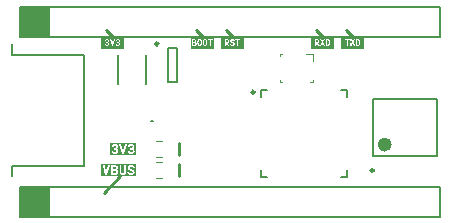
<source format=gto>
G04*
G04 #@! TF.GenerationSoftware,Altium Limited,Altium Designer,21.0.8 (223)*
G04*
G04 Layer_Color=65535*
%FSLAX25Y25*%
%MOIN*%
G70*
G04*
G04 #@! TF.SameCoordinates,8808BF78-C309-42CA-8E72-27723A8412DA*
G04*
G04*
G04 #@! TF.FilePolarity,Positive*
G04*
G01*
G75*
%ADD10C,0.02362*%
%ADD11C,0.00984*%
%ADD12C,0.01000*%
%ADD13C,0.00394*%
%ADD14C,0.00787*%
%ADD15C,0.00591*%
G36*
D02*
X10000D01*
Y10000D01*
X0D01*
Y0D01*
D02*
G37*
G36*
Y60000D02*
X10000D01*
Y70000D01*
X0D01*
Y60000D01*
D02*
G37*
G36*
X38922Y13420D02*
X27078D01*
Y17580D01*
X38922D01*
Y13420D01*
D02*
G37*
G36*
X74835Y55890D02*
X67165D01*
Y60110D01*
X74835D01*
Y55890D01*
D02*
G37*
G36*
X38818Y20420D02*
X30182D01*
Y24580D01*
X38818D01*
Y20420D01*
D02*
G37*
G36*
X114835Y60110D02*
Y55890D01*
X107165D01*
Y60110D01*
X114835D01*
D02*
G37*
G36*
X64835Y55890D02*
X57165D01*
Y60110D01*
X64835D01*
Y55890D01*
D02*
G37*
G36*
X34835Y60110D02*
Y55890D01*
X27165D01*
Y60110D01*
X34835D01*
D02*
G37*
G36*
X104835D02*
Y55890D01*
X97165D01*
Y60110D01*
X104835D01*
D02*
G37*
%LPC*%
G36*
X37240Y17160D02*
X37107D01*
X37024Y17148D01*
X36946Y17137D01*
X36880Y17126D01*
X36818Y17115D01*
X36780Y17104D01*
X36752Y17098D01*
X36741Y17093D01*
X36669Y17065D01*
X36596Y17037D01*
X36535Y17010D01*
X36485Y16982D01*
X36441Y16954D01*
X36408Y16932D01*
X36386Y16921D01*
X36380Y16915D01*
X36325Y16871D01*
X36280Y16821D01*
X36241Y16777D01*
X36202Y16732D01*
X36180Y16693D01*
X36158Y16660D01*
X36147Y16638D01*
X36141Y16632D01*
X36114Y16571D01*
X36091Y16505D01*
X36080Y16443D01*
X36069Y16383D01*
X36064Y16332D01*
X36058Y16294D01*
Y16271D01*
Y16260D01*
X36064Y16183D01*
X36069Y16111D01*
X36086Y16049D01*
X36102Y15994D01*
X36114Y15949D01*
X36130Y15911D01*
X36136Y15889D01*
X36141Y15883D01*
X36175Y15827D01*
X36213Y15772D01*
X36252Y15722D01*
X36291Y15683D01*
X36325Y15650D01*
X36352Y15622D01*
X36369Y15605D01*
X36374Y15600D01*
X36491Y15517D01*
X36546Y15478D01*
X36602Y15450D01*
X36646Y15422D01*
X36680Y15406D01*
X36707Y15395D01*
X36713Y15389D01*
X36857Y15334D01*
X36929Y15311D01*
X36990Y15289D01*
X37040Y15272D01*
X37085Y15261D01*
X37107Y15250D01*
X37118D01*
X37179Y15234D01*
X37235Y15211D01*
X37285Y15195D01*
X37329Y15178D01*
X37362Y15167D01*
X37385Y15156D01*
X37401Y15145D01*
X37407D01*
X37484Y15106D01*
X37545Y15067D01*
X37568Y15051D01*
X37584Y15039D01*
X37590Y15034D01*
X37595Y15028D01*
X37640Y14978D01*
X37673Y14934D01*
X37690Y14895D01*
X37695Y14889D01*
Y14884D01*
X37718Y14829D01*
X37723Y14778D01*
X37729Y14756D01*
Y14740D01*
Y14729D01*
Y14723D01*
X37723Y14662D01*
X37712Y14612D01*
X37695Y14579D01*
X37690Y14573D01*
Y14568D01*
X37662Y14518D01*
X37629Y14479D01*
X37601Y14451D01*
X37595Y14440D01*
X37590D01*
X37534Y14407D01*
X37484Y14385D01*
X37462Y14373D01*
X37446Y14368D01*
X37434Y14362D01*
X37429D01*
X37357Y14346D01*
X37285Y14340D01*
X37251Y14334D01*
X37207D01*
X37107Y14340D01*
X37063Y14346D01*
X37029Y14351D01*
X36996D01*
X36974Y14357D01*
X36957Y14362D01*
X36952D01*
X36874Y14390D01*
X36807Y14423D01*
X36785Y14440D01*
X36768Y14451D01*
X36757Y14462D01*
X36752D01*
X36696Y14518D01*
X36652Y14573D01*
X36641Y14595D01*
X36630Y14617D01*
X36619Y14629D01*
Y14634D01*
X36591Y14717D01*
X36580Y14801D01*
X36574Y14834D01*
X36569Y14862D01*
Y14878D01*
Y14884D01*
X35958D01*
X35964Y14756D01*
X35975Y14701D01*
X35986Y14656D01*
X35991Y14612D01*
X36003Y14584D01*
X36008Y14562D01*
Y14557D01*
X36053Y14457D01*
X36075Y14412D01*
X36097Y14373D01*
X36114Y14340D01*
X36130Y14318D01*
X36141Y14301D01*
X36147Y14296D01*
X36219Y14218D01*
X36286Y14157D01*
X36313Y14129D01*
X36336Y14112D01*
X36347Y14101D01*
X36352Y14096D01*
X36447Y14040D01*
X36491Y14013D01*
X36530Y13990D01*
X36563Y13974D01*
X36591Y13963D01*
X36608Y13957D01*
X36613Y13952D01*
X36718Y13918D01*
X36763Y13902D01*
X36807Y13891D01*
X36846Y13885D01*
X36874Y13879D01*
X36896Y13874D01*
X36902D01*
X37013Y13857D01*
X37068Y13852D01*
X37113D01*
X37151Y13846D01*
X37296D01*
X37385Y13857D01*
X37462Y13863D01*
X37529Y13874D01*
X37584Y13885D01*
X37629Y13891D01*
X37651Y13902D01*
X37662D01*
X37740Y13924D01*
X37806Y13952D01*
X37867Y13979D01*
X37923Y14007D01*
X37962Y14029D01*
X37995Y14051D01*
X38017Y14062D01*
X38023Y14068D01*
X38078Y14112D01*
X38123Y14163D01*
X38162Y14207D01*
X38195Y14251D01*
X38223Y14290D01*
X38239Y14323D01*
X38250Y14346D01*
X38256Y14351D01*
X38284Y14418D01*
X38306Y14479D01*
X38322Y14545D01*
X38334Y14601D01*
X38339Y14651D01*
X38345Y14695D01*
Y14729D01*
X38339Y14801D01*
X38334Y14867D01*
X38322Y14928D01*
X38306Y14984D01*
X38289Y15028D01*
X38278Y15062D01*
X38273Y15084D01*
X38267Y15089D01*
X38239Y15150D01*
X38206Y15206D01*
X38173Y15256D01*
X38139Y15300D01*
X38106Y15334D01*
X38084Y15361D01*
X38067Y15378D01*
X38062Y15383D01*
X37956Y15472D01*
X37901Y15511D01*
X37851Y15544D01*
X37806Y15567D01*
X37773Y15589D01*
X37751Y15600D01*
X37740Y15605D01*
X37601Y15672D01*
X37529Y15694D01*
X37468Y15717D01*
X37412Y15739D01*
X37373Y15750D01*
X37346Y15761D01*
X37335D01*
X37224Y15794D01*
X37179Y15811D01*
X37135Y15822D01*
X37101Y15833D01*
X37074Y15844D01*
X37057Y15850D01*
X37051D01*
X36968Y15889D01*
X36929Y15905D01*
X36902Y15922D01*
X36874Y15938D01*
X36857Y15949D01*
X36846Y15961D01*
X36841D01*
X36785Y16005D01*
X36746Y16049D01*
X36724Y16083D01*
X36713Y16088D01*
Y16094D01*
X36685Y16149D01*
X36674Y16199D01*
X36669Y16221D01*
Y16238D01*
Y16249D01*
Y16255D01*
X36674Y16316D01*
X36685Y16371D01*
X36696Y16405D01*
X36702Y16410D01*
Y16416D01*
X36730Y16471D01*
X36763Y16510D01*
X36791Y16532D01*
X36802Y16543D01*
X36857Y16582D01*
X36907Y16604D01*
X36929Y16615D01*
X36946Y16621D01*
X36957Y16627D01*
X36963D01*
X37040Y16649D01*
X37113Y16654D01*
X37140Y16660D01*
X37185D01*
X37279Y16654D01*
X37323Y16649D01*
X37357Y16643D01*
X37385Y16632D01*
X37407Y16627D01*
X37418Y16621D01*
X37423D01*
X37490Y16593D01*
X37545Y16560D01*
X37579Y16532D01*
X37584Y16527D01*
X37590Y16521D01*
X37634Y16471D01*
X37668Y16421D01*
X37679Y16399D01*
X37684Y16383D01*
X37690Y16371D01*
Y16366D01*
X37712Y16299D01*
X37729Y16233D01*
Y16205D01*
X37734Y16183D01*
Y16172D01*
Y16166D01*
X38339D01*
X38334Y16244D01*
X38328Y16321D01*
X38311Y16388D01*
X38300Y16449D01*
X38284Y16499D01*
X38267Y16532D01*
X38261Y16560D01*
X38256Y16566D01*
X38223Y16632D01*
X38184Y16693D01*
X38145Y16743D01*
X38106Y16788D01*
X38073Y16826D01*
X38045Y16854D01*
X38023Y16871D01*
X38017Y16876D01*
X37956Y16926D01*
X37895Y16965D01*
X37840Y16998D01*
X37779Y17032D01*
X37729Y17054D01*
X37690Y17071D01*
X37668Y17076D01*
X37657Y17082D01*
X37579Y17109D01*
X37495Y17126D01*
X37423Y17143D01*
X37351Y17148D01*
X37290Y17154D01*
X37240Y17160D01*
D02*
G37*
G36*
X30247Y17115D02*
X29559D01*
X28949Y14784D01*
X28343Y17115D01*
X27655D01*
X28632Y13885D01*
X29265D01*
X30247Y17115D01*
D02*
G37*
G36*
X35481D02*
X34859D01*
Y14973D01*
X34854Y14862D01*
X34837Y14767D01*
X34815Y14684D01*
X34793Y14617D01*
X34770Y14562D01*
X34748Y14523D01*
X34737Y14501D01*
X34732Y14495D01*
X34682Y14446D01*
X34626Y14407D01*
X34571Y14379D01*
X34515Y14362D01*
X34465Y14351D01*
X34426Y14340D01*
X34387D01*
X34310Y14346D01*
X34243Y14362D01*
X34188Y14390D01*
X34138Y14418D01*
X34104Y14446D01*
X34077Y14473D01*
X34060Y14490D01*
X34054Y14495D01*
X34016Y14562D01*
X33988Y14640D01*
X33971Y14717D01*
X33960Y14795D01*
X33949Y14862D01*
X33944Y14923D01*
Y14945D01*
Y14962D01*
Y14967D01*
Y14973D01*
Y17115D01*
X33316D01*
Y14973D01*
X33322Y14873D01*
X33327Y14784D01*
X33338Y14701D01*
X33355Y14629D01*
X33366Y14573D01*
X33377Y14529D01*
X33383Y14501D01*
X33389Y14490D01*
X33422Y14412D01*
X33455Y14346D01*
X33494Y14285D01*
X33527Y14235D01*
X33555Y14190D01*
X33583Y14163D01*
X33599Y14140D01*
X33605Y14135D01*
X33660Y14085D01*
X33722Y14040D01*
X33777Y14002D01*
X33827Y13968D01*
X33877Y13946D01*
X33910Y13929D01*
X33932Y13918D01*
X33944Y13913D01*
X34021Y13891D01*
X34099Y13874D01*
X34171Y13857D01*
X34243Y13852D01*
X34299Y13846D01*
X34349Y13840D01*
X34387D01*
X34482Y13846D01*
X34565Y13852D01*
X34648Y13863D01*
X34715Y13879D01*
X34770Y13891D01*
X34815Y13902D01*
X34837Y13907D01*
X34848Y13913D01*
X34920Y13946D01*
X34987Y13979D01*
X35048Y14018D01*
X35098Y14051D01*
X35137Y14085D01*
X35170Y14112D01*
X35187Y14129D01*
X35192Y14135D01*
X35242Y14190D01*
X35287Y14251D01*
X35320Y14312D01*
X35348Y14368D01*
X35375Y14418D01*
X35392Y14457D01*
X35398Y14479D01*
X35403Y14490D01*
X35431Y14573D01*
X35448Y14656D01*
X35464Y14734D01*
X35470Y14812D01*
X35475Y14878D01*
X35481Y14928D01*
Y17115D01*
D02*
G37*
G36*
X31779D02*
X30597D01*
Y13885D01*
X31873D01*
X31962Y13896D01*
X32040Y13902D01*
X32112Y13913D01*
X32168Y13924D01*
X32212Y13929D01*
X32240Y13940D01*
X32251D01*
X32328Y13968D01*
X32401Y13996D01*
X32462Y14024D01*
X32517Y14051D01*
X32556Y14079D01*
X32589Y14101D01*
X32612Y14112D01*
X32617Y14118D01*
X32673Y14168D01*
X32717Y14218D01*
X32756Y14268D01*
X32789Y14312D01*
X32811Y14357D01*
X32828Y14390D01*
X32839Y14412D01*
X32845Y14418D01*
X32872Y14484D01*
X32895Y14557D01*
X32906Y14629D01*
X32917Y14690D01*
X32922Y14745D01*
X32928Y14790D01*
Y14829D01*
X32922Y14917D01*
X32917Y14956D01*
X32911Y14989D01*
X32906Y15023D01*
X32900Y15045D01*
X32895Y15056D01*
Y15062D01*
X32867Y15145D01*
X32833Y15211D01*
X32817Y15239D01*
X32806Y15256D01*
X32800Y15267D01*
X32795Y15272D01*
X32739Y15339D01*
X32684Y15395D01*
X32662Y15417D01*
X32639Y15433D01*
X32628Y15439D01*
X32623Y15445D01*
X32545Y15489D01*
X32467Y15522D01*
X32434Y15533D01*
X32406Y15544D01*
X32390Y15550D01*
X32384D01*
X32462Y15589D01*
X32534Y15633D01*
X32595Y15678D01*
X32639Y15722D01*
X32678Y15761D01*
X32706Y15794D01*
X32722Y15816D01*
X32728Y15822D01*
X32767Y15894D01*
X32800Y15966D01*
X32822Y16033D01*
X32833Y16094D01*
X32845Y16149D01*
X32850Y16194D01*
Y16221D01*
Y16233D01*
X32845Y16316D01*
X32839Y16388D01*
X32822Y16455D01*
X32811Y16510D01*
X32795Y16555D01*
X32778Y16593D01*
X32772Y16615D01*
X32767Y16621D01*
X32734Y16682D01*
X32695Y16738D01*
X32656Y16782D01*
X32617Y16821D01*
X32584Y16854D01*
X32556Y16876D01*
X32534Y16893D01*
X32528Y16899D01*
X32467Y16938D01*
X32406Y16971D01*
X32345Y16998D01*
X32290Y17021D01*
X32240Y17037D01*
X32201Y17048D01*
X32173Y17060D01*
X32162D01*
X31995Y17093D01*
X31918Y17104D01*
X31840Y17109D01*
X31779Y17115D01*
D02*
G37*
%LPD*%
G36*
Y16599D02*
X31862Y16588D01*
X31929Y16571D01*
X31990Y16555D01*
X32034Y16538D01*
X32062Y16521D01*
X32084Y16510D01*
X32090Y16505D01*
X32134Y16460D01*
X32168Y16410D01*
X32195Y16355D01*
X32212Y16305D01*
X32223Y16255D01*
X32229Y16216D01*
Y16188D01*
Y16177D01*
X32223Y16105D01*
X32206Y16044D01*
X32184Y15988D01*
X32156Y15944D01*
X32129Y15911D01*
X32107Y15889D01*
X32090Y15872D01*
X32084Y15866D01*
X32029Y15833D01*
X31962Y15805D01*
X31896Y15783D01*
X31835Y15772D01*
X31773Y15761D01*
X31729Y15755D01*
X31224D01*
Y16604D01*
X31685D01*
X31779Y16599D01*
D02*
G37*
G36*
X31896Y15300D02*
X31973Y15283D01*
X32040Y15267D01*
X32090Y15245D01*
X32134Y15217D01*
X32162Y15200D01*
X32179Y15184D01*
X32184Y15178D01*
X32223Y15128D01*
X32256Y15073D01*
X32273Y15017D01*
X32290Y14962D01*
X32295Y14912D01*
X32301Y14873D01*
Y14845D01*
Y14834D01*
X32295Y14762D01*
X32278Y14701D01*
X32256Y14645D01*
X32234Y14601D01*
X32212Y14562D01*
X32190Y14534D01*
X32173Y14518D01*
X32168Y14512D01*
X32112Y14473D01*
X32051Y14440D01*
X31984Y14418D01*
X31923Y14401D01*
X31868Y14396D01*
X31823Y14390D01*
X31790Y14385D01*
X31224D01*
Y15306D01*
X31807D01*
X31896Y15300D01*
D02*
G37*
%LPC*%
G36*
X71000Y59104D02*
X70911D01*
X70856Y59097D01*
X70804Y59090D01*
X70759Y59082D01*
X70719Y59075D01*
X70693Y59067D01*
X70674Y59064D01*
X70667Y59060D01*
X70619Y59042D01*
X70571Y59023D01*
X70530Y59004D01*
X70497Y58986D01*
X70467Y58968D01*
X70445Y58953D01*
X70430Y58945D01*
X70426Y58942D01*
X70389Y58912D01*
X70360Y58879D01*
X70334Y58849D01*
X70308Y58820D01*
X70293Y58794D01*
X70279Y58772D01*
X70271Y58757D01*
X70267Y58753D01*
X70249Y58712D01*
X70234Y58668D01*
X70227Y58627D01*
X70219Y58587D01*
X70216Y58553D01*
X70212Y58527D01*
Y58513D01*
Y58505D01*
X70216Y58453D01*
X70219Y58405D01*
X70230Y58364D01*
X70241Y58327D01*
X70249Y58298D01*
X70260Y58272D01*
X70264Y58257D01*
X70267Y58253D01*
X70290Y58216D01*
X70315Y58179D01*
X70341Y58146D01*
X70367Y58120D01*
X70389Y58098D01*
X70408Y58079D01*
X70419Y58068D01*
X70423Y58065D01*
X70500Y58009D01*
X70538Y57983D01*
X70574Y57965D01*
X70604Y57946D01*
X70626Y57935D01*
X70645Y57928D01*
X70648Y57924D01*
X70745Y57887D01*
X70793Y57872D01*
X70833Y57858D01*
X70867Y57846D01*
X70896Y57839D01*
X70911Y57832D01*
X70919D01*
X70959Y57821D01*
X70996Y57806D01*
X71030Y57795D01*
X71059Y57784D01*
X71081Y57776D01*
X71096Y57769D01*
X71107Y57761D01*
X71111D01*
X71163Y57736D01*
X71204Y57710D01*
X71218Y57699D01*
X71229Y57691D01*
X71233Y57687D01*
X71237Y57684D01*
X71266Y57650D01*
X71289Y57621D01*
X71300Y57595D01*
X71303Y57591D01*
Y57587D01*
X71318Y57551D01*
X71322Y57517D01*
X71326Y57502D01*
Y57491D01*
Y57484D01*
Y57480D01*
X71322Y57439D01*
X71315Y57406D01*
X71303Y57384D01*
X71300Y57380D01*
Y57376D01*
X71281Y57343D01*
X71259Y57317D01*
X71241Y57299D01*
X71237Y57291D01*
X71233D01*
X71196Y57269D01*
X71163Y57254D01*
X71148Y57247D01*
X71137Y57243D01*
X71130Y57240D01*
X71126D01*
X71078Y57228D01*
X71030Y57225D01*
X71007Y57221D01*
X70978D01*
X70911Y57225D01*
X70882Y57228D01*
X70859Y57232D01*
X70837D01*
X70822Y57236D01*
X70811Y57240D01*
X70808D01*
X70756Y57258D01*
X70711Y57280D01*
X70697Y57291D01*
X70685Y57299D01*
X70678Y57306D01*
X70674D01*
X70637Y57343D01*
X70608Y57380D01*
X70600Y57395D01*
X70593Y57410D01*
X70586Y57417D01*
Y57421D01*
X70567Y57476D01*
X70560Y57532D01*
X70556Y57554D01*
X70552Y57573D01*
Y57584D01*
Y57587D01*
X70145D01*
X70149Y57502D01*
X70156Y57465D01*
X70164Y57436D01*
X70167Y57406D01*
X70175Y57388D01*
X70179Y57373D01*
Y57369D01*
X70208Y57302D01*
X70223Y57273D01*
X70238Y57247D01*
X70249Y57225D01*
X70260Y57210D01*
X70267Y57199D01*
X70271Y57195D01*
X70319Y57143D01*
X70364Y57103D01*
X70382Y57084D01*
X70397Y57073D01*
X70404Y57066D01*
X70408Y57062D01*
X70471Y57025D01*
X70500Y57007D01*
X70526Y56992D01*
X70549Y56981D01*
X70567Y56973D01*
X70578Y56970D01*
X70582Y56966D01*
X70652Y56944D01*
X70682Y56933D01*
X70711Y56925D01*
X70737Y56921D01*
X70756Y56918D01*
X70771Y56914D01*
X70774D01*
X70848Y56903D01*
X70885Y56899D01*
X70915D01*
X70941Y56896D01*
X71037D01*
X71096Y56903D01*
X71148Y56907D01*
X71192Y56914D01*
X71229Y56921D01*
X71259Y56925D01*
X71274Y56933D01*
X71281D01*
X71333Y56947D01*
X71377Y56966D01*
X71418Y56984D01*
X71455Y57003D01*
X71481Y57018D01*
X71503Y57032D01*
X71518Y57040D01*
X71522Y57044D01*
X71559Y57073D01*
X71588Y57106D01*
X71614Y57136D01*
X71636Y57166D01*
X71655Y57191D01*
X71666Y57214D01*
X71673Y57228D01*
X71677Y57232D01*
X71696Y57277D01*
X71710Y57317D01*
X71722Y57362D01*
X71729Y57399D01*
X71733Y57432D01*
X71736Y57462D01*
Y57240D01*
Y57502D01*
Y57484D01*
X71733Y57532D01*
X71729Y57576D01*
X71722Y57617D01*
X71710Y57654D01*
X71699Y57684D01*
X71692Y57706D01*
X71688Y57721D01*
X71684Y57724D01*
X71666Y57765D01*
X71644Y57802D01*
X71622Y57835D01*
X71599Y57865D01*
X71577Y57887D01*
X71562Y57906D01*
X71551Y57917D01*
X71548Y57920D01*
X71477Y57980D01*
X71440Y58006D01*
X71407Y58028D01*
X71377Y58043D01*
X71355Y58057D01*
X71340Y58065D01*
X71333Y58068D01*
X71241Y58113D01*
X71192Y58128D01*
X71152Y58142D01*
X71115Y58157D01*
X71089Y58165D01*
X71070Y58172D01*
X71063D01*
X70989Y58194D01*
X70959Y58205D01*
X70930Y58213D01*
X70907Y58220D01*
X70889Y58227D01*
X70878Y58231D01*
X70874D01*
X70819Y58257D01*
X70793Y58268D01*
X70774Y58279D01*
X70756Y58290D01*
X70745Y58298D01*
X70737Y58305D01*
X70734D01*
X70697Y58335D01*
X70671Y58364D01*
X70656Y58387D01*
X70648Y58390D01*
Y58394D01*
X70630Y58431D01*
X70623Y58464D01*
X70619Y58479D01*
Y58490D01*
Y58498D01*
Y58501D01*
X70623Y58542D01*
X70630Y58579D01*
X70637Y58601D01*
X70641Y58605D01*
Y58609D01*
X70660Y58646D01*
X70682Y58672D01*
X70700Y58686D01*
X70708Y58694D01*
X70745Y58720D01*
X70778Y58735D01*
X70793Y58742D01*
X70804Y58746D01*
X70811Y58749D01*
X70815D01*
X70867Y58764D01*
X70915Y58768D01*
X70933Y58772D01*
X70963D01*
X71026Y58768D01*
X71056Y58764D01*
X71078Y58760D01*
X71096Y58753D01*
X71111Y58749D01*
X71118Y58746D01*
X71122D01*
X71166Y58727D01*
X71204Y58705D01*
X71226Y58686D01*
X71229Y58683D01*
X71233Y58679D01*
X71263Y58646D01*
X71285Y58612D01*
X71292Y58598D01*
X71296Y58587D01*
X71300Y58579D01*
Y58575D01*
X71315Y58531D01*
X71326Y58486D01*
Y58468D01*
X71329Y58453D01*
Y58446D01*
Y58442D01*
X71733D01*
X71729Y58494D01*
X71725Y58546D01*
X71714Y58590D01*
X71707Y58631D01*
X71696Y58664D01*
X71684Y58686D01*
X71681Y58705D01*
X71677Y58709D01*
X71655Y58753D01*
X71629Y58794D01*
X71603Y58827D01*
X71577Y58857D01*
X71555Y58882D01*
X71536Y58901D01*
X71522Y58912D01*
X71518Y58916D01*
X71477Y58949D01*
X71437Y58975D01*
X71400Y58997D01*
X71359Y59019D01*
X71326Y59034D01*
X71300Y59045D01*
X71285Y59049D01*
X71277Y59053D01*
X71226Y59071D01*
X71170Y59082D01*
X71122Y59093D01*
X71074Y59097D01*
X71033Y59101D01*
X71000Y59104D01*
D02*
G37*
G36*
X73608Y59075D02*
X71869D01*
Y58735D01*
X72524D01*
Y56921D01*
X71869D01*
X73608D01*
Y59075D01*
D02*
G37*
G36*
X69971D02*
X68392D01*
Y56921D01*
X68806D01*
Y57724D01*
X69120D01*
X69527Y56921D01*
X69971D01*
Y56944D01*
Y56940D01*
X69509Y57828D01*
X69572Y57861D01*
X69598Y57876D01*
X69624Y57891D01*
X69642Y57902D01*
X69657Y57913D01*
X69664Y57917D01*
X69668Y57920D01*
X69720Y57965D01*
X69761Y58006D01*
X69775Y58024D01*
X69786Y58039D01*
X69790Y58046D01*
X69794Y58050D01*
X69827Y58109D01*
X69853Y58161D01*
X69860Y58183D01*
X69868Y58202D01*
X69871Y58213D01*
Y58216D01*
X69886Y58287D01*
X69890Y58324D01*
X69894Y58353D01*
X69897Y58383D01*
Y58405D01*
Y58420D01*
Y58424D01*
X69894Y58483D01*
X69890Y58535D01*
X69879Y58583D01*
X69871Y58623D01*
X69860Y58657D01*
X69849Y58683D01*
X69846Y58701D01*
X69842Y58705D01*
X69820Y58749D01*
X69794Y58790D01*
X69768Y58823D01*
X69742Y58853D01*
X69720Y58875D01*
X69701Y58894D01*
X69687Y58905D01*
X69683Y58908D01*
X69642Y58938D01*
X69601Y58960D01*
X69561Y58982D01*
X69520Y59001D01*
X69487Y59012D01*
X69461Y59023D01*
X69442Y59030D01*
X69435D01*
X69379Y59045D01*
X69324Y59056D01*
X69268Y59064D01*
X69220Y59071D01*
X69176D01*
X69143Y59075D01*
X69971D01*
D02*
G37*
%LPD*%
G36*
X73608Y56921D02*
X72943D01*
Y58735D01*
X73608D01*
Y56921D01*
D02*
G37*
G36*
X69176Y58735D02*
X69231Y58723D01*
X69279Y58709D01*
X69317Y58694D01*
X69350Y58675D01*
X69368Y58661D01*
X69383Y58649D01*
X69387Y58646D01*
X69420Y58609D01*
X69442Y58568D01*
X69461Y58527D01*
X69472Y58490D01*
X69479Y58453D01*
X69483Y58424D01*
Y58405D01*
Y58401D01*
Y58398D01*
X69479Y58342D01*
X69468Y58294D01*
X69453Y58250D01*
X69435Y58216D01*
X69416Y58187D01*
X69402Y58168D01*
X69390Y58153D01*
X69387Y58150D01*
X69346Y58120D01*
X69305Y58098D01*
X69257Y58083D01*
X69213Y58072D01*
X69176Y58065D01*
X69143Y58061D01*
X68806D01*
Y58738D01*
X69113D01*
X69176Y58735D01*
D02*
G37*
%LPC*%
G36*
X35838Y24115D02*
X35149D01*
X34539Y21784D01*
X33934Y24115D01*
X33246D01*
X34222Y20885D01*
X34855D01*
X35838Y24115D01*
D02*
G37*
G36*
X37242Y24160D02*
X37120D01*
X37042Y24148D01*
X36975Y24137D01*
X36914Y24126D01*
X36859Y24115D01*
X36820Y24104D01*
X36798Y24098D01*
X36787Y24093D01*
X36720Y24065D01*
X36653Y24037D01*
X36598Y24010D01*
X36548Y23982D01*
X36509Y23954D01*
X36481Y23932D01*
X36459Y23921D01*
X36454Y23915D01*
X36404Y23871D01*
X36359Y23821D01*
X36320Y23776D01*
X36293Y23732D01*
X36265Y23693D01*
X36248Y23660D01*
X36237Y23638D01*
X36232Y23632D01*
X36204Y23571D01*
X36187Y23510D01*
X36171Y23449D01*
X36165Y23393D01*
X36159Y23349D01*
X36154Y23310D01*
Y23288D01*
Y23277D01*
X36770D01*
X36775Y23338D01*
X36787Y23388D01*
X36798Y23421D01*
X36803Y23427D01*
Y23432D01*
X36836Y23482D01*
X36870Y23521D01*
X36892Y23543D01*
X36903Y23554D01*
X36953Y23588D01*
X36998Y23610D01*
X37031Y23627D01*
X37036Y23632D01*
X37042D01*
X37103Y23649D01*
X37164Y23654D01*
X37186Y23660D01*
X37220D01*
X37297Y23654D01*
X37358Y23643D01*
X37380Y23638D01*
X37397Y23632D01*
X37408Y23627D01*
X37414D01*
X37475Y23599D01*
X37519Y23571D01*
X37547Y23549D01*
X37558Y23543D01*
Y23538D01*
X37597Y23494D01*
X37619Y23449D01*
X37636Y23416D01*
X37641Y23410D01*
Y23405D01*
X37658Y23344D01*
X37663Y23288D01*
X37669Y23266D01*
Y23249D01*
Y23238D01*
Y23233D01*
X37663Y23160D01*
X37652Y23088D01*
X37630Y23033D01*
X37608Y22983D01*
X37586Y22944D01*
X37564Y22916D01*
X37552Y22900D01*
X37547Y22894D01*
X37497Y22850D01*
X37436Y22822D01*
X37375Y22800D01*
X37314Y22783D01*
X37258Y22772D01*
X37214Y22766D01*
X36836D01*
Y22289D01*
X37170D01*
X37258Y22284D01*
X37297Y22278D01*
X37330D01*
X37358Y22273D01*
X37380Y22267D01*
X37392Y22261D01*
X37397D01*
X37464Y22234D01*
X37519Y22206D01*
X37541Y22195D01*
X37558Y22184D01*
X37564Y22178D01*
X37569Y22173D01*
X37619Y22123D01*
X37652Y22073D01*
X37663Y22050D01*
X37675Y22034D01*
X37680Y22023D01*
Y22017D01*
X37702Y21945D01*
X37714Y21873D01*
X37719Y21839D01*
Y21817D01*
Y21801D01*
Y21795D01*
X37714Y21717D01*
X37697Y21651D01*
X37675Y21595D01*
X37652Y21545D01*
X37630Y21507D01*
X37608Y21479D01*
X37591Y21462D01*
X37586Y21457D01*
X37530Y21418D01*
X37475Y21384D01*
X37414Y21362D01*
X37353Y21351D01*
X37303Y21340D01*
X37258Y21335D01*
X37220D01*
X37142Y21340D01*
X37081Y21351D01*
X37053D01*
X37036Y21357D01*
X37025Y21362D01*
X37020D01*
X36959Y21390D01*
X36909Y21418D01*
X36875Y21440D01*
X36870Y21451D01*
X36864D01*
X36825Y21501D01*
X36792Y21545D01*
X36770Y21579D01*
X36764Y21584D01*
Y21590D01*
X36748Y21651D01*
X36737Y21706D01*
X36731Y21729D01*
Y21745D01*
Y21756D01*
Y21762D01*
X36115D01*
X36121Y21679D01*
X36132Y21595D01*
X36143Y21529D01*
X36159Y21468D01*
X36176Y21418D01*
X36193Y21384D01*
X36198Y21357D01*
X36204Y21351D01*
X36243Y21290D01*
X36281Y21235D01*
X36320Y21185D01*
X36359Y21140D01*
X36398Y21107D01*
X36426Y21085D01*
X36443Y21068D01*
X36448Y21062D01*
X36570Y20990D01*
X36626Y20963D01*
X36681Y20941D01*
X36726Y20918D01*
X36764Y20907D01*
X36787Y20902D01*
X36798Y20896D01*
X36948Y20863D01*
X37014Y20852D01*
X37075Y20846D01*
X37125D01*
X37170Y20841D01*
X37203D01*
X37292Y20846D01*
X37375Y20852D01*
X37447Y20863D01*
X37514Y20874D01*
X37569Y20885D01*
X37613Y20890D01*
X37636Y20902D01*
X37647D01*
X37725Y20929D01*
X37791Y20957D01*
X37852Y20985D01*
X37908Y21018D01*
X37947Y21040D01*
X37980Y21062D01*
X38002Y21079D01*
X38008Y21085D01*
X38063Y21135D01*
X38113Y21185D01*
X38152Y21235D01*
X38185Y21279D01*
X38213Y21323D01*
X38230Y21357D01*
X38241Y21379D01*
X38246Y21384D01*
X38274Y21451D01*
X38296Y21523D01*
X38313Y21590D01*
X38324Y21656D01*
X38329Y21706D01*
X38335Y21751D01*
Y21790D01*
X38329Y21878D01*
X38324Y21923D01*
X38318Y21956D01*
X38313Y21984D01*
X38307Y22012D01*
X38302Y22023D01*
Y22028D01*
X38274Y22111D01*
X38246Y22178D01*
X38230Y22206D01*
X38219Y22222D01*
X38213Y22234D01*
X38207Y22239D01*
X38152Y22306D01*
X38102Y22361D01*
X38074Y22383D01*
X38058Y22400D01*
X38046Y22406D01*
X38041Y22411D01*
X37963Y22467D01*
X37891Y22505D01*
X37858Y22517D01*
X37830Y22528D01*
X37813Y22539D01*
X37808D01*
X37891Y22583D01*
X37952Y22628D01*
X37980Y22644D01*
X37997Y22661D01*
X38008Y22667D01*
X38013Y22672D01*
X38074Y22733D01*
X38124Y22783D01*
X38141Y22805D01*
X38152Y22822D01*
X38163Y22833D01*
Y22839D01*
X38202Y22911D01*
X38230Y22972D01*
X38241Y22994D01*
X38246Y23016D01*
X38252Y23027D01*
Y23033D01*
X38274Y23105D01*
X38280Y23171D01*
X38285Y23199D01*
Y23222D01*
Y23233D01*
Y23238D01*
X38280Y23321D01*
X38274Y23399D01*
X38263Y23466D01*
X38246Y23521D01*
X38230Y23571D01*
X38219Y23610D01*
X38213Y23632D01*
X38207Y23638D01*
X38174Y23699D01*
X38141Y23754D01*
X38102Y23804D01*
X38069Y23849D01*
X38035Y23882D01*
X38008Y23904D01*
X37991Y23921D01*
X37985Y23926D01*
X37930Y23965D01*
X37869Y24004D01*
X37813Y24032D01*
X37758Y24054D01*
X37714Y24076D01*
X37675Y24087D01*
X37652Y24098D01*
X37641D01*
X37564Y24121D01*
X37491Y24132D01*
X37414Y24143D01*
X37347Y24154D01*
X37292D01*
X37242Y24160D01*
D02*
G37*
G36*
X31792D02*
X31670D01*
X31592Y24148D01*
X31525Y24137D01*
X31464Y24126D01*
X31409Y24115D01*
X31370Y24104D01*
X31348Y24098D01*
X31337Y24093D01*
X31270Y24065D01*
X31203Y24037D01*
X31148Y24010D01*
X31098Y23982D01*
X31059Y23954D01*
X31031Y23932D01*
X31009Y23921D01*
X31003Y23915D01*
X30954Y23871D01*
X30909Y23821D01*
X30870Y23776D01*
X30843Y23732D01*
X30815Y23693D01*
X30798Y23660D01*
X30787Y23638D01*
X30781Y23632D01*
X30754Y23571D01*
X30737Y23510D01*
X30720Y23449D01*
X30715Y23393D01*
X30709Y23349D01*
X30704Y23310D01*
Y23288D01*
Y23277D01*
X31320D01*
X31325Y23338D01*
X31337Y23388D01*
X31348Y23421D01*
X31353Y23427D01*
Y23432D01*
X31387Y23482D01*
X31420Y23521D01*
X31442Y23543D01*
X31453Y23554D01*
X31503Y23588D01*
X31547Y23610D01*
X31581Y23627D01*
X31586Y23632D01*
X31592D01*
X31653Y23649D01*
X31714Y23654D01*
X31736Y23660D01*
X31769D01*
X31847Y23654D01*
X31908Y23643D01*
X31930Y23638D01*
X31947Y23632D01*
X31958Y23627D01*
X31964D01*
X32025Y23599D01*
X32069Y23571D01*
X32097Y23549D01*
X32108Y23543D01*
Y23538D01*
X32147Y23494D01*
X32169Y23449D01*
X32186Y23416D01*
X32191Y23410D01*
Y23405D01*
X32208Y23344D01*
X32213Y23288D01*
X32219Y23266D01*
Y23249D01*
Y23238D01*
Y23233D01*
X32213Y23160D01*
X32202Y23088D01*
X32180Y23033D01*
X32158Y22983D01*
X32136Y22944D01*
X32114Y22916D01*
X32102Y22900D01*
X32097Y22894D01*
X32047Y22850D01*
X31986Y22822D01*
X31925Y22800D01*
X31864Y22783D01*
X31808Y22772D01*
X31764Y22766D01*
X31387D01*
Y22289D01*
X31719D01*
X31808Y22284D01*
X31847Y22278D01*
X31880D01*
X31908Y22273D01*
X31930Y22267D01*
X31941Y22261D01*
X31947D01*
X32014Y22234D01*
X32069Y22206D01*
X32091Y22195D01*
X32108Y22184D01*
X32114Y22178D01*
X32119Y22173D01*
X32169Y22123D01*
X32202Y22073D01*
X32213Y22050D01*
X32225Y22034D01*
X32230Y22023D01*
Y22017D01*
X32252Y21945D01*
X32263Y21873D01*
X32269Y21839D01*
Y21817D01*
Y21801D01*
Y21795D01*
X32263Y21717D01*
X32247Y21651D01*
X32225Y21595D01*
X32202Y21545D01*
X32180Y21507D01*
X32158Y21479D01*
X32141Y21462D01*
X32136Y21457D01*
X32080Y21418D01*
X32025Y21384D01*
X31964Y21362D01*
X31903Y21351D01*
X31853Y21340D01*
X31808Y21335D01*
X31769D01*
X31692Y21340D01*
X31631Y21351D01*
X31603D01*
X31586Y21357D01*
X31575Y21362D01*
X31570D01*
X31509Y21390D01*
X31459Y21418D01*
X31425Y21440D01*
X31420Y21451D01*
X31414D01*
X31375Y21501D01*
X31342Y21545D01*
X31320Y21579D01*
X31314Y21584D01*
Y21590D01*
X31298Y21651D01*
X31286Y21706D01*
X31281Y21729D01*
Y21745D01*
Y21756D01*
Y21762D01*
X30665D01*
X30670Y21679D01*
X30682Y21595D01*
X30693Y21529D01*
X30709Y21468D01*
X30726Y21418D01*
X30743Y21384D01*
X30748Y21357D01*
X30754Y21351D01*
X30793Y21290D01*
X30832Y21235D01*
X30870Y21185D01*
X30909Y21140D01*
X30948Y21107D01*
X30976Y21085D01*
X30992Y21068D01*
X30998Y21062D01*
X31120Y20990D01*
X31176Y20963D01*
X31231Y20941D01*
X31275Y20918D01*
X31314Y20907D01*
X31337Y20902D01*
X31348Y20896D01*
X31497Y20863D01*
X31564Y20852D01*
X31625Y20846D01*
X31675D01*
X31719Y20841D01*
X31753D01*
X31842Y20846D01*
X31925Y20852D01*
X31997Y20863D01*
X32063Y20874D01*
X32119Y20885D01*
X32164Y20890D01*
X32186Y20902D01*
X32197D01*
X32274Y20929D01*
X32341Y20957D01*
X32402Y20985D01*
X32458Y21018D01*
X32496Y21040D01*
X32530Y21062D01*
X32552Y21079D01*
X32557Y21085D01*
X32613Y21135D01*
X32663Y21185D01*
X32702Y21235D01*
X32735Y21279D01*
X32763Y21323D01*
X32779Y21357D01*
X32791Y21379D01*
X32796Y21384D01*
X32824Y21451D01*
X32846Y21523D01*
X32863Y21590D01*
X32874Y21656D01*
X32879Y21706D01*
X32885Y21751D01*
Y21790D01*
X32879Y21878D01*
X32874Y21923D01*
X32868Y21956D01*
X32863Y21984D01*
X32857Y22012D01*
X32852Y22023D01*
Y22028D01*
X32824Y22111D01*
X32796Y22178D01*
X32779Y22206D01*
X32768Y22222D01*
X32763Y22234D01*
X32757Y22239D01*
X32702Y22306D01*
X32652Y22361D01*
X32624Y22383D01*
X32607Y22400D01*
X32596Y22406D01*
X32591Y22411D01*
X32513Y22467D01*
X32441Y22505D01*
X32408Y22517D01*
X32380Y22528D01*
X32363Y22539D01*
X32358D01*
X32441Y22583D01*
X32502Y22628D01*
X32530Y22644D01*
X32546Y22661D01*
X32557Y22667D01*
X32563Y22672D01*
X32624Y22733D01*
X32674Y22783D01*
X32691Y22805D01*
X32702Y22822D01*
X32713Y22833D01*
Y22839D01*
X32752Y22911D01*
X32779Y22972D01*
X32791Y22994D01*
X32796Y23016D01*
X32802Y23027D01*
Y23033D01*
X32824Y23105D01*
X32829Y23171D01*
X32835Y23199D01*
Y23222D01*
Y23233D01*
Y23238D01*
X32829Y23321D01*
X32824Y23399D01*
X32813Y23466D01*
X32796Y23521D01*
X32779Y23571D01*
X32768Y23610D01*
X32763Y23632D01*
X32757Y23638D01*
X32724Y23699D01*
X32691Y23754D01*
X32652Y23804D01*
X32618Y23849D01*
X32585Y23882D01*
X32557Y23904D01*
X32541Y23921D01*
X32535Y23926D01*
X32480Y23965D01*
X32419Y24004D01*
X32363Y24032D01*
X32308Y24054D01*
X32263Y24076D01*
X32225Y24087D01*
X32202Y24098D01*
X32191D01*
X32114Y24121D01*
X32041Y24132D01*
X31964Y24143D01*
X31897Y24154D01*
X31842D01*
X31792Y24160D01*
D02*
G37*
G36*
X111931Y59077D02*
X111442D01*
X111057Y58303D01*
X110680Y59077D01*
X110195D01*
X110798Y58007D01*
X110180Y56923D01*
Y59077D01*
D01*
Y56923D01*
X111945D01*
X111324Y58007D01*
X111931Y59077D01*
D02*
G37*
G36*
X112730D02*
X112134D01*
Y56923D01*
X113636D01*
D01*
X112715D01*
X112789Y56927D01*
X112859Y56934D01*
X112922Y56946D01*
X112978Y56960D01*
X113026Y56971D01*
X113059Y56982D01*
X113081Y56990D01*
X113089Y56994D01*
X113152Y57023D01*
X113207Y57056D01*
X113255Y57090D01*
X113300Y57123D01*
X113333Y57153D01*
X113359Y57175D01*
X113377Y57190D01*
X113381Y57197D01*
X113425Y57249D01*
X113462Y57301D01*
X113496Y57353D01*
X113522Y57401D01*
X113544Y57445D01*
X113558Y57478D01*
X113566Y57500D01*
X113570Y57504D01*
Y57508D01*
X113592Y57578D01*
X113607Y57648D01*
X113621Y57715D01*
X113629Y57774D01*
X113633Y57830D01*
X113636Y57871D01*
Y58085D01*
X113633Y58166D01*
X113625Y58240D01*
X113614Y58307D01*
X113603Y58366D01*
X113592Y58414D01*
X113581Y58451D01*
X113577Y58466D01*
X113573Y58477D01*
X113570Y58481D01*
Y58485D01*
X113544Y58551D01*
X113510Y58610D01*
X113481Y58662D01*
X113448Y58707D01*
X113422Y58744D01*
X113400Y58773D01*
X113385Y58788D01*
X113377Y58795D01*
X113329Y58844D01*
X113281Y58884D01*
X113229Y58921D01*
X113185Y58951D01*
X113144Y58973D01*
X113111Y58988D01*
X113089Y58999D01*
X113085Y59003D01*
X113081D01*
X113015Y59029D01*
X112948Y59047D01*
X112881Y59058D01*
X112822Y59069D01*
X112770Y59073D01*
X112730Y59077D01*
D02*
G37*
G36*
X110095D02*
X108356D01*
Y56923D01*
Y58736D01*
X109011D01*
Y56923D01*
X109429D01*
Y58736D01*
X110095D01*
Y59077D01*
D02*
G37*
%LPD*%
G36*
X111457Y56923D02*
X110669D01*
X111065Y57704D01*
X111457Y56923D01*
D02*
G37*
G36*
X112741Y58736D02*
X112782Y58733D01*
X112822Y58725D01*
X112856Y58718D01*
X112881Y58707D01*
X112900Y58699D01*
X112915Y58696D01*
X112918Y58692D01*
X112985Y58651D01*
X113011Y58629D01*
X113037Y58607D01*
X113055Y58588D01*
X113070Y58574D01*
X113077Y58562D01*
X113081Y58559D01*
X113126Y58492D01*
X113140Y58455D01*
X113155Y58422D01*
X113166Y58396D01*
X113174Y58374D01*
X113181Y58355D01*
Y58351D01*
X113200Y58259D01*
X113207Y58218D01*
X113211Y58178D01*
X113215Y58141D01*
Y58115D01*
Y58096D01*
Y58089D01*
Y57907D01*
Y57852D01*
X113207Y57800D01*
X113203Y57756D01*
X113196Y57715D01*
X113189Y57682D01*
X113185Y57656D01*
X113177Y57641D01*
Y57634D01*
X113163Y57589D01*
X113148Y57549D01*
X113133Y57515D01*
X113115Y57486D01*
X113100Y57460D01*
X113089Y57441D01*
X113081Y57430D01*
X113077Y57427D01*
X113026Y57371D01*
X113000Y57353D01*
X112978Y57334D01*
X112955Y57319D01*
X112937Y57308D01*
X112926Y57304D01*
X112922Y57301D01*
X112885Y57286D01*
X112852Y57275D01*
X112815Y57267D01*
X112785Y57264D01*
X112756Y57260D01*
X112733Y57256D01*
X112556D01*
Y58740D01*
X112693D01*
X112741Y58736D01*
D02*
G37*
%LPC*%
G36*
X64515Y59077D02*
X62776D01*
Y58736D01*
X63431D01*
Y56923D01*
X63849D01*
Y58736D01*
X64515D01*
Y58403D01*
Y59077D01*
D02*
G37*
G36*
X59032D02*
X57478D01*
Y56923D01*
X58329D01*
X58388Y56931D01*
X58440Y56934D01*
X58488Y56942D01*
X58525Y56949D01*
X58554Y56953D01*
X58573Y56960D01*
X58580D01*
X58632Y56979D01*
X58680Y56997D01*
X58721Y57016D01*
X58758Y57034D01*
X58784Y57053D01*
X58806Y57068D01*
X58821Y57075D01*
X58824Y57079D01*
X58861Y57112D01*
X58891Y57145D01*
X58917Y57179D01*
X58939Y57208D01*
X58954Y57238D01*
X58965Y57260D01*
X58972Y57275D01*
X58976Y57279D01*
X58995Y57323D01*
X59009Y57371D01*
X59017Y57419D01*
X59024Y57460D01*
X59028Y57497D01*
X59032Y57526D01*
Y57552D01*
X59028Y57612D01*
X59024Y57637D01*
X59021Y57660D01*
X59017Y57682D01*
X59013Y57697D01*
X59009Y57704D01*
Y57708D01*
X58991Y57763D01*
X58969Y57808D01*
X58958Y57826D01*
X58950Y57837D01*
X58947Y57845D01*
X58943Y57848D01*
X58906Y57893D01*
X58869Y57930D01*
X58854Y57945D01*
X58839Y57956D01*
X58832Y57959D01*
X58828Y57963D01*
X58776Y57993D01*
X58724Y58015D01*
X58702Y58022D01*
X58684Y58030D01*
X58673Y58033D01*
X58669D01*
X58721Y58059D01*
X58769Y58089D01*
X58810Y58118D01*
X58839Y58148D01*
X58865Y58174D01*
X58884Y58196D01*
X58895Y58211D01*
X58898Y58215D01*
X58924Y58263D01*
X58947Y58311D01*
X58961Y58355D01*
X58969Y58396D01*
X58976Y58433D01*
X58980Y58463D01*
Y58481D01*
Y58488D01*
X58976Y58544D01*
X58972Y58592D01*
X58961Y58636D01*
X58954Y58673D01*
X58943Y58703D01*
X58932Y58729D01*
X58928Y58744D01*
X58924Y58747D01*
X58902Y58788D01*
X58876Y58825D01*
X58850Y58855D01*
X58824Y58881D01*
X58802Y58903D01*
X58784Y58918D01*
X58769Y58929D01*
X58765Y58932D01*
X58724Y58958D01*
X58684Y58981D01*
X58643Y58999D01*
X58606Y59014D01*
X58573Y59025D01*
X58547Y59032D01*
X58528Y59040D01*
X58521D01*
X58410Y59062D01*
X58358Y59069D01*
X58306Y59073D01*
X58266Y59077D01*
X59032D01*
D02*
G37*
G36*
X62617Y59106D02*
X61041D01*
Y56894D01*
Y57841D01*
X61044Y57767D01*
X61048Y57693D01*
X61055Y57630D01*
X61067Y57574D01*
X61074Y57526D01*
X61081Y57489D01*
X61085Y57467D01*
X61089Y57464D01*
Y57460D01*
X61111Y57397D01*
X61133Y57341D01*
X61159Y57290D01*
X61185Y57245D01*
X61207Y57208D01*
X61226Y57182D01*
X61237Y57168D01*
X61241Y57160D01*
X61281Y57116D01*
X61322Y57075D01*
X61363Y57042D01*
X61400Y57016D01*
X61433Y56994D01*
X61462Y56979D01*
X61477Y56968D01*
X61485Y56964D01*
X61540Y56942D01*
X61599Y56923D01*
X61655Y56912D01*
X61707Y56901D01*
X61751Y56897D01*
X61784Y56894D01*
X61818D01*
X61884Y56897D01*
X61947Y56905D01*
X62003Y56916D01*
X62055Y56931D01*
X62095Y56942D01*
X62125Y56953D01*
X62143Y56960D01*
X62151Y56964D01*
X62206Y56994D01*
X62254Y57023D01*
X62299Y57056D01*
X62336Y57086D01*
X62365Y57116D01*
X62388Y57138D01*
X62402Y57153D01*
X62406Y57156D01*
X62443Y57205D01*
X62473Y57256D01*
X62502Y57308D01*
X62524Y57353D01*
X62539Y57393D01*
X62550Y57427D01*
X62558Y57449D01*
X62561Y57452D01*
Y57456D01*
X62580Y57523D01*
X62595Y57593D01*
X62602Y57656D01*
X62609Y57715D01*
X62613Y57767D01*
X62617Y57808D01*
Y58163D01*
Y58155D01*
X62613Y58233D01*
X62609Y58303D01*
X62598Y58366D01*
X62591Y58425D01*
X62580Y58470D01*
X62569Y58507D01*
X62565Y58529D01*
X62561Y58533D01*
Y58536D01*
X62539Y58599D01*
X62517Y58659D01*
X62491Y58707D01*
X62465Y58751D01*
X62443Y58788D01*
X62424Y58814D01*
X62410Y58829D01*
X62406Y58836D01*
X62365Y58881D01*
X62321Y58921D01*
X62280Y58955D01*
X62239Y58981D01*
X62203Y59003D01*
X62177Y59021D01*
X62158Y59029D01*
X62151Y59032D01*
X62095Y59058D01*
X62036Y59077D01*
X61980Y59088D01*
X61929Y59099D01*
X61881Y59103D01*
X61847Y59106D01*
X62617D01*
D01*
D02*
G37*
G36*
X60800D02*
X59224D01*
Y56894D01*
Y57841D01*
X59228Y57767D01*
X59231Y57693D01*
X59239Y57630D01*
X59250Y57574D01*
X59257Y57526D01*
X59265Y57489D01*
X59268Y57467D01*
X59272Y57464D01*
Y57460D01*
X59294Y57397D01*
X59316Y57341D01*
X59342Y57290D01*
X59368Y57245D01*
X59390Y57208D01*
X59409Y57182D01*
X59420Y57168D01*
X59424Y57160D01*
X59465Y57116D01*
X59505Y57075D01*
X59546Y57042D01*
X59583Y57016D01*
X59616Y56994D01*
X59646Y56979D01*
X59661Y56968D01*
X59668Y56964D01*
X59724Y56942D01*
X59783Y56923D01*
X59838Y56912D01*
X59890Y56901D01*
X59934Y56897D01*
X59968Y56894D01*
X60001D01*
X60068Y56897D01*
X60131Y56905D01*
X60186Y56916D01*
X60238Y56931D01*
X60278Y56942D01*
X60308Y56953D01*
X60327Y56960D01*
X60334Y56964D01*
X60390Y56994D01*
X60438Y57023D01*
X60482Y57056D01*
X60519Y57086D01*
X60549Y57116D01*
X60571Y57138D01*
X60586Y57153D01*
X60589Y57156D01*
X60626Y57205D01*
X60656Y57256D01*
X60685Y57308D01*
X60708Y57353D01*
X60723Y57393D01*
X60734Y57427D01*
X60741Y57449D01*
X60745Y57452D01*
Y57456D01*
X60763Y57523D01*
X60778Y57593D01*
X60785Y57656D01*
X60793Y57715D01*
X60796Y57767D01*
X60800Y57808D01*
Y58155D01*
X60796Y58233D01*
X60793Y58303D01*
X60782Y58366D01*
X60774Y58425D01*
X60763Y58470D01*
X60752Y58507D01*
X60748Y58529D01*
X60745Y58533D01*
Y58536D01*
X60723Y58599D01*
X60700Y58659D01*
X60674Y58707D01*
X60649Y58751D01*
X60626Y58788D01*
X60608Y58814D01*
X60593Y58829D01*
X60589Y58836D01*
X60549Y58881D01*
X60504Y58921D01*
X60464Y58955D01*
X60423Y58981D01*
X60386Y59003D01*
X60360Y59021D01*
X60341Y59029D01*
X60334Y59032D01*
X60278Y59058D01*
X60219Y59077D01*
X60164Y59088D01*
X60112Y59099D01*
X60064Y59103D01*
X60031Y59106D01*
X60800D01*
D01*
D02*
G37*
%LPD*%
G36*
X58266Y58733D02*
X58321Y58725D01*
X58366Y58714D01*
X58406Y58703D01*
X58436Y58692D01*
X58454Y58681D01*
X58469Y58673D01*
X58473Y58670D01*
X58503Y58640D01*
X58525Y58607D01*
X58543Y58570D01*
X58554Y58536D01*
X58562Y58503D01*
X58565Y58477D01*
Y58459D01*
Y58451D01*
X58562Y58403D01*
X58551Y58363D01*
X58536Y58326D01*
X58517Y58296D01*
X58499Y58274D01*
X58484Y58259D01*
X58473Y58248D01*
X58469Y58244D01*
X58432Y58222D01*
X58388Y58204D01*
X58343Y58189D01*
X58303Y58181D01*
X58262Y58174D01*
X58232Y58170D01*
X57896D01*
Y58736D01*
X58203D01*
X58266Y58733D01*
D02*
G37*
G36*
X58343Y57867D02*
X58395Y57856D01*
X58440Y57845D01*
X58473Y57830D01*
X58503Y57811D01*
X58521Y57800D01*
X58532Y57789D01*
X58536Y57785D01*
X58562Y57752D01*
X58584Y57715D01*
X58595Y57678D01*
X58606Y57641D01*
X58610Y57608D01*
X58614Y57582D01*
Y57563D01*
Y57556D01*
X58610Y57508D01*
X58599Y57467D01*
X58584Y57430D01*
X58569Y57401D01*
X58554Y57375D01*
X58539Y57356D01*
X58528Y57345D01*
X58525Y57341D01*
X58488Y57315D01*
X58447Y57293D01*
X58403Y57279D01*
X58362Y57267D01*
X58325Y57264D01*
X58295Y57260D01*
X58273Y57256D01*
X57896D01*
Y57871D01*
X58284D01*
X58343Y57867D01*
D02*
G37*
G36*
X61747Y59103D02*
X61685Y59095D01*
X61629Y59084D01*
X61581Y59069D01*
X61540Y59054D01*
X61511Y59043D01*
X61492Y59036D01*
X61485Y59032D01*
X61433Y59003D01*
X61385Y58973D01*
X61344Y58940D01*
X61307Y58907D01*
X61281Y58881D01*
X61259Y58858D01*
X61244Y58844D01*
X61241Y58836D01*
X61207Y58788D01*
X61174Y58736D01*
X61148Y58684D01*
X61126Y58640D01*
X61111Y58599D01*
X61100Y58566D01*
X61093Y58544D01*
X61089Y58540D01*
Y58536D01*
X61074Y58470D01*
X61063Y58403D01*
X61052Y58340D01*
X61048Y58281D01*
X61044Y58229D01*
X61041Y58192D01*
Y59106D01*
X61814D01*
X61747Y59103D01*
D02*
G37*
G36*
X61851Y58758D02*
X61884Y58755D01*
X61914Y58747D01*
X61940Y58740D01*
X61962Y58729D01*
X61977Y58722D01*
X61984Y58718D01*
X61988Y58714D01*
X62036Y58677D01*
X62077Y58636D01*
X62088Y58618D01*
X62099Y58603D01*
X62103Y58592D01*
X62106Y58588D01*
X62136Y58525D01*
X62158Y58466D01*
X62165Y58440D01*
X62169Y58418D01*
X62173Y58403D01*
Y58400D01*
X62188Y58315D01*
X62191Y58274D01*
Y58237D01*
X62195Y58204D01*
Y58178D01*
Y58163D01*
Y58155D01*
Y57841D01*
Y57793D01*
X62191Y57748D01*
X62188Y57704D01*
X62184Y57671D01*
X62180Y57637D01*
X62177Y57615D01*
X62173Y57600D01*
Y57597D01*
X62165Y57556D01*
X62154Y57519D01*
X62143Y57486D01*
X62132Y57460D01*
X62121Y57438D01*
X62114Y57419D01*
X62110Y57408D01*
X62106Y57404D01*
X62069Y57353D01*
X62032Y57312D01*
X62014Y57297D01*
X61999Y57286D01*
X61992Y57282D01*
X61988Y57279D01*
X61962Y57264D01*
X61932Y57253D01*
X61877Y57241D01*
X61855Y57238D01*
X61836Y57234D01*
X61818D01*
X61781Y57238D01*
X61747Y57241D01*
X61718Y57249D01*
X61692Y57256D01*
X61673Y57264D01*
X61655Y57271D01*
X61647Y57279D01*
X61644D01*
X61599Y57319D01*
X61566Y57360D01*
X61551Y57378D01*
X61544Y57393D01*
X61540Y57404D01*
X61537Y57408D01*
X61511Y57471D01*
X61500Y57504D01*
X61492Y57534D01*
X61485Y57560D01*
X61481Y57582D01*
X61477Y57597D01*
Y57600D01*
X61466Y57686D01*
X61462Y57726D01*
Y57763D01*
X61459Y57793D01*
Y57819D01*
Y57833D01*
Y57841D01*
Y58155D01*
Y58204D01*
X61462Y58252D01*
X61466Y58292D01*
X61470Y58329D01*
Y58359D01*
X61474Y58381D01*
X61477Y58396D01*
Y58400D01*
X61485Y58440D01*
X61496Y58477D01*
X61503Y58507D01*
X61514Y58536D01*
X61522Y58559D01*
X61529Y58574D01*
X61537Y58585D01*
Y58588D01*
X61570Y58644D01*
X61588Y58662D01*
X61607Y58681D01*
X61622Y58696D01*
X61633Y58707D01*
X61640Y58710D01*
X61644Y58714D01*
X61670Y58729D01*
X61699Y58744D01*
X61755Y58755D01*
X61777Y58758D01*
X61799Y58762D01*
X61814D01*
X61851Y58758D01*
D02*
G37*
G36*
X59931Y59103D02*
X59868Y59095D01*
X59812Y59084D01*
X59764Y59069D01*
X59724Y59054D01*
X59694Y59043D01*
X59675Y59036D01*
X59668Y59032D01*
X59616Y59003D01*
X59568Y58973D01*
X59527Y58940D01*
X59490Y58907D01*
X59465Y58881D01*
X59442Y58858D01*
X59427Y58844D01*
X59424Y58836D01*
X59390Y58788D01*
X59357Y58736D01*
X59331Y58684D01*
X59309Y58640D01*
X59294Y58599D01*
X59283Y58566D01*
X59276Y58544D01*
X59272Y58540D01*
Y58536D01*
X59257Y58470D01*
X59246Y58403D01*
X59235Y58340D01*
X59231Y58281D01*
X59228Y58229D01*
X59224Y58192D01*
Y59106D01*
X59997D01*
X59931Y59103D01*
D02*
G37*
G36*
X60034Y58758D02*
X60068Y58755D01*
X60097Y58747D01*
X60123Y58740D01*
X60145Y58729D01*
X60160Y58722D01*
X60167Y58718D01*
X60171Y58714D01*
X60219Y58677D01*
X60260Y58636D01*
X60271Y58618D01*
X60282Y58603D01*
X60286Y58592D01*
X60290Y58588D01*
X60319Y58525D01*
X60341Y58466D01*
X60349Y58440D01*
X60352Y58418D01*
X60356Y58403D01*
Y58400D01*
X60371Y58315D01*
X60375Y58274D01*
Y58237D01*
X60378Y58204D01*
Y58178D01*
Y58163D01*
Y58155D01*
Y57841D01*
Y57793D01*
X60375Y57748D01*
X60371Y57704D01*
X60367Y57671D01*
X60364Y57637D01*
X60360Y57615D01*
X60356Y57600D01*
Y57597D01*
X60349Y57556D01*
X60338Y57519D01*
X60327Y57486D01*
X60316Y57460D01*
X60304Y57438D01*
X60297Y57419D01*
X60293Y57408D01*
X60290Y57404D01*
X60253Y57353D01*
X60216Y57312D01*
X60197Y57297D01*
X60182Y57286D01*
X60175Y57282D01*
X60171Y57279D01*
X60145Y57264D01*
X60116Y57253D01*
X60060Y57241D01*
X60038Y57238D01*
X60019Y57234D01*
X60001D01*
X59964Y57238D01*
X59931Y57241D01*
X59901Y57249D01*
X59875Y57256D01*
X59857Y57264D01*
X59838Y57271D01*
X59831Y57279D01*
X59827D01*
X59783Y57319D01*
X59749Y57360D01*
X59735Y57378D01*
X59727Y57393D01*
X59724Y57404D01*
X59720Y57408D01*
X59694Y57471D01*
X59683Y57504D01*
X59675Y57534D01*
X59668Y57560D01*
X59664Y57582D01*
X59661Y57597D01*
Y57600D01*
X59649Y57686D01*
X59646Y57726D01*
Y57763D01*
X59642Y57793D01*
Y57819D01*
Y57833D01*
Y57841D01*
Y58155D01*
Y58204D01*
X59646Y58252D01*
X59649Y58292D01*
X59653Y58329D01*
Y58359D01*
X59657Y58381D01*
X59661Y58396D01*
Y58400D01*
X59668Y58440D01*
X59679Y58477D01*
X59686Y58507D01*
X59698Y58536D01*
X59705Y58559D01*
X59712Y58574D01*
X59720Y58585D01*
Y58588D01*
X59753Y58644D01*
X59772Y58662D01*
X59790Y58681D01*
X59805Y58696D01*
X59816Y58707D01*
X59823Y58710D01*
X59827Y58714D01*
X59853Y58729D01*
X59883Y58744D01*
X59938Y58755D01*
X59960Y58758D01*
X59983Y58762D01*
X59997D01*
X60034Y58758D01*
D02*
G37*
%LPC*%
G36*
X31892Y59077D02*
X31028D01*
X31433D01*
X31026Y57523D01*
X30623Y59077D01*
X30164D01*
X30815Y56923D01*
X30164D01*
X31892D01*
X31237D01*
X31892Y59077D01*
D02*
G37*
G36*
X33557Y59106D02*
X32746D01*
X32695Y59099D01*
X32650Y59092D01*
X32610Y59084D01*
X32572Y59077D01*
X32547Y59069D01*
X32532Y59066D01*
X32524Y59062D01*
X32480Y59043D01*
X32436Y59025D01*
X32399Y59006D01*
X32365Y58988D01*
X32339Y58969D01*
X32321Y58955D01*
X32306Y58947D01*
X32302Y58943D01*
X32269Y58914D01*
X32239Y58881D01*
X32214Y58851D01*
X32195Y58821D01*
X32177Y58795D01*
X32166Y58773D01*
X32158Y58758D01*
X32154Y58755D01*
X32136Y58714D01*
X32125Y58673D01*
X32114Y58633D01*
X32110Y58596D01*
X32106Y58566D01*
X32103Y58540D01*
Y58525D01*
Y58518D01*
X32513D01*
X32517Y58559D01*
X32524Y58592D01*
X32532Y58614D01*
X32535Y58618D01*
Y58622D01*
X32558Y58655D01*
X32580Y58681D01*
X32595Y58696D01*
X32602Y58703D01*
X32635Y58725D01*
X32665Y58740D01*
X32687Y58751D01*
X32691Y58755D01*
X32695D01*
X32735Y58766D01*
X32776Y58770D01*
X32791Y58773D01*
X32813D01*
X32865Y58770D01*
X32906Y58762D01*
X32920Y58758D01*
X32931Y58755D01*
X32939Y58751D01*
X32943D01*
X32983Y58733D01*
X33013Y58714D01*
X33031Y58699D01*
X33039Y58696D01*
Y58692D01*
X33065Y58662D01*
X33079Y58633D01*
X33090Y58610D01*
X33094Y58607D01*
Y58603D01*
X33105Y58562D01*
X33109Y58525D01*
X33113Y58511D01*
Y58499D01*
Y58492D01*
Y58488D01*
X33109Y58440D01*
X33102Y58392D01*
X33087Y58355D01*
X33072Y58322D01*
X33057Y58296D01*
X33042Y58277D01*
X33035Y58266D01*
X33031Y58263D01*
X32998Y58233D01*
X32957Y58215D01*
X32917Y58200D01*
X32876Y58189D01*
X32839Y58181D01*
X32809Y58178D01*
X32558D01*
Y57859D01*
X32780D01*
X32839Y57856D01*
X32865Y57852D01*
X32887D01*
X32906Y57848D01*
X32920Y57845D01*
X32928Y57841D01*
X32931D01*
X32976Y57822D01*
X33013Y57804D01*
X33028Y57797D01*
X33039Y57789D01*
X33042Y57785D01*
X33046Y57782D01*
X33079Y57748D01*
X33102Y57715D01*
X33109Y57700D01*
X33116Y57689D01*
X33120Y57682D01*
Y57678D01*
X33135Y57630D01*
X33142Y57582D01*
X33146Y57560D01*
Y57545D01*
Y57534D01*
Y57530D01*
X33142Y57478D01*
X33131Y57434D01*
X33116Y57397D01*
X33102Y57364D01*
X33087Y57338D01*
X33072Y57319D01*
X33061Y57308D01*
X33057Y57304D01*
X33020Y57279D01*
X32983Y57256D01*
X32943Y57241D01*
X32902Y57234D01*
X32868Y57227D01*
X32839Y57223D01*
X32813D01*
X32761Y57227D01*
X32721Y57234D01*
X32702D01*
X32691Y57238D01*
X32684Y57241D01*
X32680D01*
X32639Y57260D01*
X32606Y57279D01*
X32584Y57293D01*
X32580Y57301D01*
X32576D01*
X32550Y57334D01*
X32528Y57364D01*
X32513Y57386D01*
X32510Y57389D01*
Y57393D01*
X32498Y57434D01*
X32491Y57471D01*
X32487Y57486D01*
Y57497D01*
Y57504D01*
Y57508D01*
X32077D01*
X32080Y57452D01*
X32088Y57397D01*
X32095Y57353D01*
X32106Y57312D01*
X32117Y57279D01*
X32129Y57256D01*
X32132Y57238D01*
X32136Y57234D01*
X32162Y57193D01*
X32188Y57156D01*
X32214Y57123D01*
X32239Y57094D01*
X32265Y57071D01*
X32284Y57056D01*
X32295Y57045D01*
X32299Y57042D01*
X32380Y56994D01*
X32417Y56975D01*
X32454Y56960D01*
X32484Y56946D01*
X32510Y56938D01*
X32524Y56934D01*
X32532Y56931D01*
X32632Y56909D01*
X32676Y56901D01*
X32717Y56897D01*
X32750D01*
X32780Y56894D01*
X32077D01*
X32802D01*
X32861Y56897D01*
X32917Y56901D01*
X32965Y56909D01*
X33009Y56916D01*
X33046Y56923D01*
X33076Y56927D01*
X33090Y56934D01*
X33098D01*
X33150Y56953D01*
X33194Y56971D01*
X33235Y56990D01*
X33272Y57012D01*
X33298Y57027D01*
X33320Y57042D01*
X33335Y57053D01*
X33338Y57056D01*
X33375Y57090D01*
X33409Y57123D01*
X33435Y57156D01*
X33457Y57186D01*
X33475Y57216D01*
X33486Y57238D01*
X33494Y57253D01*
X33498Y57256D01*
X33516Y57301D01*
X33531Y57349D01*
X33542Y57393D01*
X33549Y57438D01*
X33553Y57471D01*
X33557Y57500D01*
Y57526D01*
X33553Y57586D01*
X33549Y57615D01*
X33546Y57637D01*
X33542Y57656D01*
X33538Y57674D01*
X33535Y57682D01*
Y57686D01*
X33516Y57741D01*
X33498Y57785D01*
X33486Y57804D01*
X33479Y57815D01*
X33475Y57822D01*
X33472Y57826D01*
X33435Y57871D01*
X33401Y57907D01*
X33383Y57922D01*
X33372Y57933D01*
X33364Y57937D01*
X33361Y57941D01*
X33309Y57978D01*
X33261Y58004D01*
X33239Y58011D01*
X33220Y58018D01*
X33209Y58026D01*
X33205D01*
X33261Y58056D01*
X33301Y58085D01*
X33320Y58096D01*
X33331Y58107D01*
X33338Y58111D01*
X33342Y58115D01*
X33383Y58155D01*
X33416Y58189D01*
X33427Y58204D01*
X33435Y58215D01*
X33442Y58222D01*
Y58226D01*
X33468Y58274D01*
X33486Y58315D01*
X33494Y58329D01*
X33498Y58344D01*
X33501Y58351D01*
Y58355D01*
X33516Y58403D01*
X33520Y58448D01*
X33523Y58466D01*
Y58481D01*
Y58488D01*
Y58492D01*
X33520Y58548D01*
X33516Y58599D01*
X33509Y58644D01*
X33498Y58681D01*
X33486Y58714D01*
X33479Y58740D01*
X33475Y58755D01*
X33472Y58758D01*
X33449Y58799D01*
X33427Y58836D01*
X33401Y58869D01*
X33379Y58899D01*
X33357Y58921D01*
X33338Y58936D01*
X33327Y58947D01*
X33324Y58951D01*
X33287Y58977D01*
X33246Y59003D01*
X33209Y59021D01*
X33172Y59036D01*
X33142Y59051D01*
X33116Y59058D01*
X33102Y59066D01*
X33094D01*
X33042Y59080D01*
X32994Y59088D01*
X32943Y59095D01*
X32898Y59103D01*
X32861D01*
X32828Y59106D01*
X33557D01*
D02*
G37*
G36*
X29194D02*
X29113D01*
X29061Y59099D01*
X29017Y59092D01*
X28976Y59084D01*
X28939Y59077D01*
X28913Y59069D01*
X28898Y59066D01*
X28891Y59062D01*
X28847Y59043D01*
X28802Y59025D01*
X28765Y59006D01*
X28732Y58988D01*
X28706Y58969D01*
X28688Y58955D01*
X28673Y58947D01*
X28669Y58943D01*
X28636Y58914D01*
X28606Y58881D01*
X28580Y58851D01*
X28562Y58821D01*
X28543Y58795D01*
X28532Y58773D01*
X28525Y58758D01*
X28521Y58755D01*
X28503Y58714D01*
X28491Y58673D01*
X28480Y58633D01*
X28477Y58596D01*
X28473Y58566D01*
X28469Y58540D01*
Y58525D01*
Y58518D01*
X28880D01*
X28884Y58559D01*
X28891Y58592D01*
X28898Y58614D01*
X28902Y58618D01*
Y58622D01*
X28924Y58655D01*
X28947Y58681D01*
X28961Y58696D01*
X28969Y58703D01*
X29002Y58725D01*
X29032Y58740D01*
X29054Y58751D01*
X29057Y58755D01*
X29061D01*
X29102Y58766D01*
X29143Y58770D01*
X29157Y58773D01*
X29180D01*
X29231Y58770D01*
X29272Y58762D01*
X29287Y58758D01*
X29298Y58755D01*
X29305Y58751D01*
X29309D01*
X29350Y58733D01*
X29379Y58714D01*
X29398Y58699D01*
X29405Y58696D01*
Y58692D01*
X29431Y58662D01*
X29446Y58633D01*
X29457Y58610D01*
X29461Y58607D01*
Y58603D01*
X29472Y58562D01*
X29476Y58525D01*
X29479Y58511D01*
Y58499D01*
Y58492D01*
Y58488D01*
X29476Y58440D01*
X29468Y58392D01*
X29453Y58355D01*
X29439Y58322D01*
X29424Y58296D01*
X29409Y58277D01*
X29402Y58266D01*
X29398Y58263D01*
X29365Y58233D01*
X29324Y58215D01*
X29283Y58200D01*
X29243Y58189D01*
X29206Y58181D01*
X29176Y58178D01*
X28924D01*
Y57859D01*
X29146D01*
X29206Y57856D01*
X29231Y57852D01*
X29254D01*
X29272Y57848D01*
X29287Y57845D01*
X29294Y57841D01*
X29298D01*
X29342Y57822D01*
X29379Y57804D01*
X29394Y57797D01*
X29405Y57789D01*
X29409Y57785D01*
X29413Y57782D01*
X29446Y57748D01*
X29468Y57715D01*
X29476Y57700D01*
X29483Y57689D01*
X29487Y57682D01*
Y57678D01*
X29502Y57630D01*
X29509Y57582D01*
X29513Y57560D01*
Y57545D01*
Y57534D01*
Y57530D01*
X29509Y57478D01*
X29498Y57434D01*
X29483Y57397D01*
X29468Y57364D01*
X29453Y57338D01*
X29439Y57319D01*
X29427Y57308D01*
X29424Y57304D01*
X29387Y57279D01*
X29350Y57256D01*
X29309Y57241D01*
X29268Y57234D01*
X29235Y57227D01*
X29206Y57223D01*
X29180D01*
X29128Y57227D01*
X29087Y57234D01*
X29069D01*
X29057Y57238D01*
X29050Y57241D01*
X29046D01*
X29006Y57260D01*
X28972Y57279D01*
X28950Y57293D01*
X28947Y57301D01*
X28943D01*
X28917Y57334D01*
X28895Y57364D01*
X28880Y57386D01*
X28876Y57389D01*
Y57393D01*
X28865Y57434D01*
X28858Y57471D01*
X28854Y57486D01*
Y57497D01*
Y57504D01*
Y57508D01*
X28443D01*
X28447Y57452D01*
X28454Y57397D01*
X28462Y57353D01*
X28473Y57312D01*
X28484Y57279D01*
X28495Y57256D01*
X28499Y57238D01*
X28503Y57234D01*
X28528Y57193D01*
X28554Y57156D01*
X28580Y57123D01*
X28606Y57094D01*
X28632Y57071D01*
X28651Y57056D01*
X28662Y57045D01*
X28665Y57042D01*
X28747Y56994D01*
X28784Y56975D01*
X28821Y56960D01*
X28850Y56946D01*
X28876Y56938D01*
X28891Y56934D01*
X28898Y56931D01*
X28998Y56909D01*
X29043Y56901D01*
X29083Y56897D01*
X29117D01*
X29146Y56894D01*
X28443D01*
X29923D01*
D01*
X29168D01*
X29228Y56897D01*
X29283Y56901D01*
X29331Y56909D01*
X29376Y56916D01*
X29413Y56923D01*
X29442Y56927D01*
X29457Y56934D01*
X29465D01*
X29516Y56953D01*
X29561Y56971D01*
X29601Y56990D01*
X29638Y57012D01*
X29664Y57027D01*
X29686Y57042D01*
X29701Y57053D01*
X29705Y57056D01*
X29742Y57090D01*
X29775Y57123D01*
X29801Y57156D01*
X29823Y57186D01*
X29842Y57216D01*
X29853Y57238D01*
X29860Y57253D01*
X29864Y57256D01*
X29883Y57301D01*
X29897Y57349D01*
X29908Y57393D01*
X29916Y57438D01*
X29920Y57471D01*
X29923Y57500D01*
Y57526D01*
X29920Y57586D01*
X29916Y57615D01*
X29912Y57637D01*
X29908Y57656D01*
X29905Y57674D01*
X29901Y57682D01*
Y57686D01*
X29883Y57741D01*
X29864Y57785D01*
X29853Y57804D01*
X29846Y57815D01*
X29842Y57822D01*
X29838Y57826D01*
X29801Y57871D01*
X29768Y57907D01*
X29749Y57922D01*
X29738Y57933D01*
X29731Y57937D01*
X29727Y57941D01*
X29675Y57978D01*
X29627Y58004D01*
X29605Y58011D01*
X29587Y58018D01*
X29575Y58026D01*
X29572D01*
X29627Y58056D01*
X29668Y58085D01*
X29686Y58096D01*
X29698Y58107D01*
X29705Y58111D01*
X29709Y58115D01*
X29749Y58155D01*
X29783Y58189D01*
X29794Y58204D01*
X29801Y58215D01*
X29809Y58222D01*
Y58226D01*
X29834Y58274D01*
X29853Y58315D01*
X29860Y58329D01*
X29864Y58344D01*
X29868Y58351D01*
Y58355D01*
X29883Y58403D01*
X29886Y58448D01*
X29890Y58466D01*
Y58481D01*
Y58488D01*
Y58492D01*
X29886Y58548D01*
X29883Y58599D01*
X29875Y58644D01*
X29864Y58681D01*
X29853Y58714D01*
X29846Y58740D01*
X29842Y58755D01*
X29838Y58758D01*
X29816Y58799D01*
X29794Y58836D01*
X29768Y58869D01*
X29746Y58899D01*
X29724Y58921D01*
X29705Y58936D01*
X29694Y58947D01*
X29690Y58951D01*
X29653Y58977D01*
X29612Y59003D01*
X29575Y59021D01*
X29539Y59036D01*
X29509Y59051D01*
X29483Y59058D01*
X29468Y59066D01*
X29461D01*
X29409Y59080D01*
X29361Y59088D01*
X29309Y59095D01*
X29265Y59103D01*
X29228D01*
X29194Y59106D01*
D02*
G37*
G36*
X101857Y59077D02*
X101368D01*
X100983Y58303D01*
X100606Y59077D01*
X100776D01*
X100121D01*
X100724Y58007D01*
X100106Y56923D01*
X100989D01*
X100595D01*
X100991Y57704D01*
X101383Y56923D01*
X101871D01*
X101250Y58007D01*
X101857Y59077D01*
D02*
G37*
G36*
X103562D02*
X102060D01*
Y56923D01*
X102641D01*
X102715Y56927D01*
X102785Y56934D01*
X102848Y56946D01*
X102904Y56960D01*
X102952Y56971D01*
X102985Y56982D01*
X103007Y56990D01*
X103015Y56994D01*
X103077Y57023D01*
X103133Y57056D01*
X103181Y57090D01*
X103226Y57123D01*
X103259Y57153D01*
X103285Y57175D01*
X103303Y57190D01*
X103307Y57197D01*
X103351Y57249D01*
X103388Y57301D01*
X103422Y57353D01*
X103448Y57401D01*
X103470Y57445D01*
X103484Y57478D01*
X103492Y57500D01*
X103496Y57504D01*
Y57508D01*
X103518Y57578D01*
X103533Y57648D01*
X103548Y57715D01*
X103555Y57774D01*
X103559Y57830D01*
X103562Y57871D01*
Y58085D01*
X103559Y58166D01*
X103551Y58240D01*
X103540Y58307D01*
X103529Y58366D01*
X103518Y58414D01*
X103507Y58451D01*
X103503Y58466D01*
X103499Y58477D01*
X103496Y58481D01*
Y58485D01*
X103470Y58551D01*
X103436Y58610D01*
X103407Y58662D01*
X103374Y58707D01*
X103348Y58744D01*
X103325Y58773D01*
X103311Y58788D01*
X103303Y58795D01*
X103255Y58844D01*
X103207Y58884D01*
X103155Y58921D01*
X103111Y58951D01*
X103070Y58973D01*
X103037Y58988D01*
X103015Y58999D01*
X103011Y59003D01*
X103007D01*
X102941Y59029D01*
X102874Y59047D01*
X102807Y59058D01*
X102748Y59069D01*
X102697Y59073D01*
X102656Y59077D01*
X103562D01*
D02*
G37*
G36*
X100106D02*
D01*
Y56923D01*
Y59077D01*
D02*
G37*
G36*
X100018D02*
X98438D01*
Y56923D01*
X98852D01*
Y57726D01*
X99167D01*
X99574Y56923D01*
X100018D01*
Y56942D01*
X99555Y57830D01*
X99618Y57863D01*
X99644Y57878D01*
X99670Y57893D01*
X99688Y57904D01*
X99703Y57915D01*
X99711Y57919D01*
X99714Y57922D01*
X99766Y57967D01*
X99807Y58007D01*
X99822Y58026D01*
X99833Y58041D01*
X99836Y58048D01*
X99840Y58052D01*
X99873Y58111D01*
X99899Y58163D01*
X99907Y58185D01*
X99914Y58204D01*
X99918Y58215D01*
Y58218D01*
X99933Y58289D01*
X99936Y58326D01*
X99940Y58355D01*
X99944Y58385D01*
Y58407D01*
Y58422D01*
Y58425D01*
X99940Y58485D01*
X99936Y58536D01*
X99925Y58585D01*
X99918Y58625D01*
X99907Y58659D01*
X99896Y58684D01*
X99892Y58703D01*
X99888Y58707D01*
X99866Y58751D01*
X99840Y58792D01*
X99814Y58825D01*
X99788Y58855D01*
X99766Y58877D01*
X99748Y58895D01*
X99733Y58907D01*
X99729Y58910D01*
X99688Y58940D01*
X99648Y58962D01*
X99607Y58984D01*
X99566Y59003D01*
X99533Y59014D01*
X99507Y59025D01*
X99489Y59032D01*
X99481D01*
X99426Y59047D01*
X99370Y59058D01*
X99315Y59066D01*
X99266Y59073D01*
X99222D01*
X99189Y59077D01*
X100018D01*
D02*
G37*
%LPD*%
G36*
X102667Y58736D02*
X102708Y58733D01*
X102748Y58725D01*
X102781Y58718D01*
X102807Y58707D01*
X102826Y58699D01*
X102841Y58696D01*
X102845Y58692D01*
X102911Y58651D01*
X102937Y58629D01*
X102963Y58607D01*
X102981Y58588D01*
X102996Y58574D01*
X103004Y58562D01*
X103007Y58559D01*
X103052Y58492D01*
X103067Y58455D01*
X103081Y58422D01*
X103092Y58396D01*
X103100Y58374D01*
X103107Y58355D01*
Y58351D01*
X103126Y58259D01*
X103133Y58218D01*
X103137Y58178D01*
X103140Y58141D01*
Y58115D01*
Y58096D01*
Y58089D01*
Y57907D01*
Y57852D01*
X103133Y57800D01*
X103129Y57756D01*
X103122Y57715D01*
X103115Y57682D01*
X103111Y57656D01*
X103103Y57641D01*
Y57634D01*
X103089Y57589D01*
X103074Y57549D01*
X103059Y57515D01*
X103041Y57486D01*
X103026Y57460D01*
X103015Y57441D01*
X103007Y57430D01*
X103004Y57427D01*
X102952Y57371D01*
X102926Y57353D01*
X102904Y57334D01*
X102881Y57319D01*
X102863Y57308D01*
X102852Y57304D01*
X102848Y57301D01*
X102811Y57286D01*
X102778Y57275D01*
X102741Y57267D01*
X102711Y57264D01*
X102682Y57260D01*
X102659Y57256D01*
X102482D01*
Y58740D01*
X102619D01*
X102667Y58736D01*
D02*
G37*
G36*
X99222D02*
X99278Y58725D01*
X99326Y58710D01*
X99363Y58696D01*
X99396Y58677D01*
X99414Y58662D01*
X99429Y58651D01*
X99433Y58648D01*
X99466Y58610D01*
X99489Y58570D01*
X99507Y58529D01*
X99518Y58492D01*
X99525Y58455D01*
X99529Y58425D01*
Y58407D01*
Y58403D01*
Y58400D01*
X99525Y58344D01*
X99514Y58296D01*
X99500Y58252D01*
X99481Y58218D01*
X99463Y58189D01*
X99448Y58170D01*
X99437Y58155D01*
X99433Y58152D01*
X99392Y58122D01*
X99352Y58100D01*
X99304Y58085D01*
X99259Y58074D01*
X99222Y58067D01*
X99189Y58063D01*
X98852D01*
Y58740D01*
X99159D01*
X99222Y58736D01*
D02*
G37*
D10*
X122888Y23990D02*
G03*
X122888Y23990I-1181J0D01*
G01*
D11*
X118046Y15328D02*
G03*
X118046Y15328I-492J0D01*
G01*
X78279Y41465D02*
G03*
X78279Y41465I-492J0D01*
G01*
X46276Y57587D02*
G03*
X46276Y57587I-492J0D01*
G01*
D12*
X58750Y62250D02*
X61000Y60000D01*
X108750Y62250D02*
X111000Y60000D01*
X98750Y62250D02*
X101000Y60000D01*
X68750Y62250D02*
X71000Y60000D01*
X28000Y8000D02*
X33500Y13500D01*
X28750Y62250D02*
X31000Y60000D01*
X53114Y13492D02*
Y17492D01*
Y20492D02*
Y24492D01*
D13*
X45516Y18256D02*
X47484D01*
X45516Y12744D02*
X47484D01*
X45516Y25256D02*
X47484D01*
X45516Y19744D02*
X47484D01*
X95350Y54224D02*
X97712D01*
Y51862D02*
Y54224D01*
X86688D02*
X87476D01*
X86688Y53437D02*
Y54224D01*
Y44776D02*
Y45563D01*
Y44776D02*
X87476D01*
X96924D02*
X97712D01*
Y45563D01*
D14*
X43776Y32000D02*
X44563D01*
X139030Y20053D02*
Y39147D01*
X117770Y20053D02*
Y39147D01*
X139030D01*
X117770Y20053D02*
X139030D01*
X7500Y10000D02*
X140000D01*
X0D02*
X7500D01*
X0Y0D02*
Y10000D01*
Y0D02*
X140000D01*
Y10000D01*
X7500Y70000D02*
X140000D01*
X0D02*
X7500D01*
X0Y60000D02*
Y70000D01*
Y60000D02*
X140000D01*
Y70000D01*
X80346Y39791D02*
Y42055D01*
X82609D01*
X107019D02*
X109283D01*
Y39791D02*
Y42055D01*
Y13118D02*
Y15382D01*
X107019Y13118D02*
X109283D01*
X80346D02*
Y15382D01*
Y13118D02*
X82609D01*
X52575Y44791D02*
Y56209D01*
X49425Y44791D02*
Y56209D01*
Y44791D02*
X52575D01*
X49425Y56209D02*
X52575D01*
X42224Y44079D02*
Y53921D01*
X32776Y44079D02*
Y53921D01*
D15*
X-2642Y13484D02*
Y16929D01*
X21374D01*
Y53937D01*
X-2642D02*
X21374D01*
X-2642D02*
Y57382D01*
M02*

</source>
